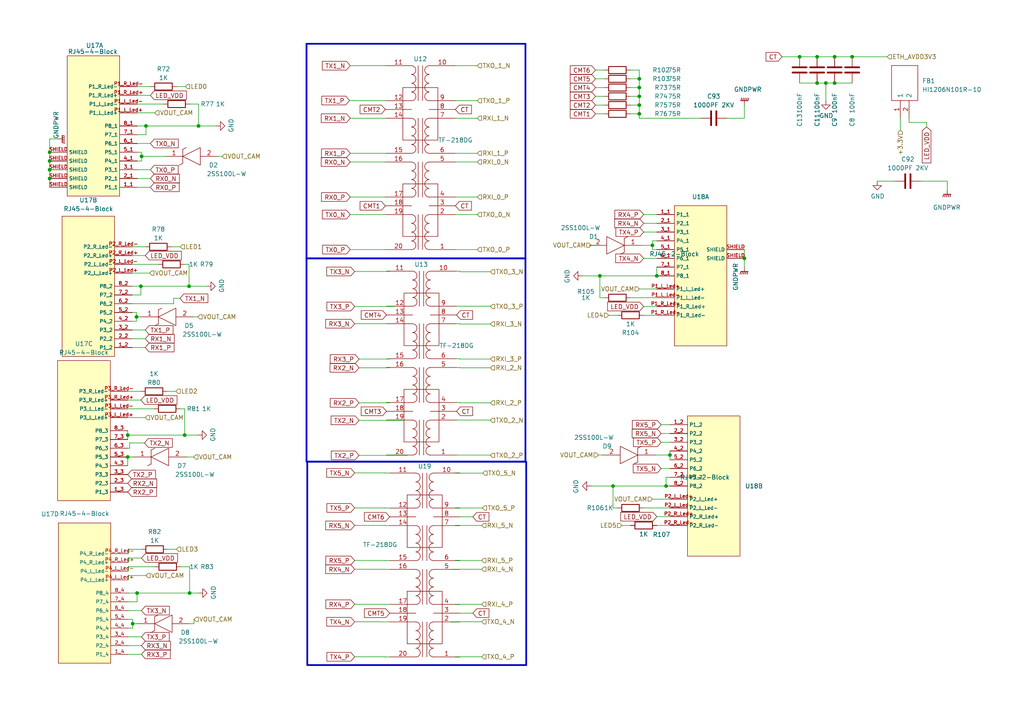
<source format=kicad_sch>
(kicad_sch (version 20231120) (generator "eeschema") (generator_version "8.0")
  (paper "A4")
  (junction (at 185.42 33.02))
  (junction (at 185.42 25.4))
  (junction (at 37.0498 132.5455))
  (junction (at 40.8598 83.0155))
  (junction (at 57.5777 36.5343))
  (junction (at 242.0768 16.4702))
  (junction (at 42.3377 36.5343))
  (junction (at 185.42 30.48))
  (junction (at 194.31 131.9754))
  (junction (at 54.8298 83.0155))
  (junction (at 173.99 80.01))
  (junction (at 242.0768 24.0902))
  (junction (at 39.7562 172.0096))
  (junction (at 190.5 80.01))
  (junction (at 39.5898 91.9055))
  (junction (at 236.9968 24.0902))
  (junction (at 236.9968 16.4702))
  (junction (at 247.1568 16.4702))
  (junction (at 14.3977 51.7743))
  (junction (at 177.8 140.97))
  (junction (at 38.4862 180.8996))
  (junction (at 14.3977 49.2343))
  (junction (at 41.0677 45.3524))
  (junction (at 239.5368 24.0902))
  (junction (at 14.3977 44.1543))
  (junction (at 53.5598 126.1955))
  (junction (at 215.9 74.93))
  (junction (at 14.3977 46.6943))
  (junction (at 189.23 71.1611))
  (junction (at 54.9962 172.0096))
  (junction (at 185.42 27.94))
  (junction (at 185.42 22.86))
  (junction (at 193.193 140.97))
  (junction (at 231.9168 16.4702))
  (junction (at 37.0498 126.1955))
  (wire (pts (xy 104.14 106.68) (xy 113.03 106.68)))
  (wire (pts (xy 101.6 62.23) (xy 111.76 62.23)))
  (wire (pts (xy 54.9962 164.3896) (xy 52.4562 164.3896)))
  (wire (pts (xy 38.4862 180.8996) (xy 39.7562 180.8996)))
  (wire (pts (xy 57.5362 172.0096) (xy 54.9962 172.0096)))
  (wire (pts (xy 142.24 132.08) (xy 142.24 131.9931)))
  (wire (pts (xy 182.88 152.4) (xy 180.34 152.4)))
  (wire (pts (xy 186.69 91.44) (xy 190.5 91.44)))
  (wire (pts (xy 40.8598 83.0155) (xy 38.3198 83.0155)))
  (wire (pts (xy 179.07 91.44) (xy 176.53 91.44)))
  (wire (pts (xy 116.84 121.8331) (xy 112.093 121.8331)))
  (wire (pts (xy 113.03 104.14) (xy 113.03 104.0531)))
  (wire (pts (xy 118.11 132.08) (xy 118.11 131.9931)))
  (wire (pts (xy 38.3198 79.2055) (xy 43.3998 79.2055)))
  (wire (pts (xy 132.08 190.5) (xy 132.08 190.5412)))
  (wire (pts (xy 38.7525 132.55) (xy 38.2445 132.55)))
  (wire (pts (xy 132.08 162.6012) (xy 133.3389 162.6012)))
  (wire (pts (xy 43.6077 54.3143) (xy 39.7977 54.3143)))
  (wire (pts (xy 226.8368 16.4702) (xy 231.9168 16.4702)))
  (wire (pts (xy 101.3778 29.1519) (xy 102.6478 29.1519)))
  (wire (pts (xy 138.43 29.21) (xy 132.08 29.21)))
  (wire (pts (xy 242.0768 24.0902) (xy 247.1568 24.0902)))
  (wire (pts (xy 142.24 106.68) (xy 133.35 106.68)))
  (wire (pts (xy 39.7562 172.0096) (xy 39.7562 174.5496)))
  (wire (pts (xy 138.43 72.39) (xy 132.08 72.39)))
  (wire (pts (xy 41.0677 44.1543) (xy 41.0677 45.3524)))
  (wire (pts (xy 132.413 121.8331) (xy 142.24 121.8331)))
  (wire (pts (xy 185.42 20.32) (xy 182.88 20.32)))
  (wire (pts (xy 215.9 34.29) (xy 215.9 30.48)))
  (wire (pts (xy 57.5777 30.1843) (xy 55.0377 30.1843)))
  (wire (pts (xy 38.3198 76.6655) (xy 45.9398 76.6655)))
  (wire (pts (xy 133.35 78.8269) (xy 133.35 78.6531)))
  (wire (pts (xy 54.9962 180.8996) (xy 56.2662 180.8996)))
  (wire (pts (xy 41.0262 161.8496) (xy 37.2162 161.8496)))
  (wire (pts (xy 104.14 104.14) (xy 113.03 104.14)))
  (wire (pts (xy 194.31 131.9754) (xy 194.31 133.35)))
  (wire (pts (xy 130.81 165.1412) (xy 133.3389 165.1412)))
  (wire (pts (xy 102.87 88.9) (xy 114.3 88.9)))
  (wire (pts (xy 190.5 149.86) (xy 194.31 149.86)))
  (wire (pts (xy 138.43 62.23) (xy 132.08 62.23)))
  (wire (pts (xy 16.7685 40.2947) (xy 14.3977 40.2947)))
  (wire (pts (xy 132.08 137.2012) (xy 133.3389 137.2012)))
  (wire (pts (xy 133.35 116.7531) (xy 132.413 116.7531)))
  (wire (pts (xy 40.8598 116.0355) (xy 37.0498 116.0355)))
  (wire (pts (xy 14.3977 46.6943) (xy 14.3977 49.2343)))
  (wire (pts (xy 37.0498 118.5755) (xy 44.6698 118.5755)))
  (wire (pts (xy 14.3977 44.1543) (xy 14.3977 46.6943)))
  (wire (pts (xy 190.5 77.47) (xy 190.5 80.01)))
  (wire (pts (xy 186.69 64.77) (xy 190.5 64.77)))
  (wire (pts (xy 191.77 128.27) (xy 194.31 128.27)))
  (wire (pts (xy 274.743 55.0829) (xy 274.743 52.5429)))
  (wire (pts (xy 268.7468 35.5202) (xy 263.6668 35.5202)))
  (wire (pts (xy 261.1399 37.7264) (xy 261.1399 36.4112)))
  (wire (pts (xy 139.8948 147.344) (xy 132.08 147.344)))
  (wire (pts (xy 38.2445 132.55) (xy 38.2445 132.5455)))
  (wire (pts (xy 111.76 137.2012) (xy 113.0189 137.2012)))
  (wire (pts (xy 133.35 93.8931) (xy 132.413 93.8931)))
  (wire (pts (xy 37.0498 126.1955) (xy 53.5598 126.1955)))
  (wire (pts (xy 138.43 46.99) (xy 132.08 46.99)))
  (wire (pts (xy 42.1298 100.7955) (xy 38.3198 100.7955)))
  (wire (pts (xy 242.0768 16.4702) (xy 247.1568 16.4702)))
  (wire (pts (xy 110.49 180.34) (xy 110.49 180.3812)))
  (wire (pts (xy 39.5898 91.9055) (xy 39.5898 93.1755)))
  (wire (pts (xy 172.72 20.32) (xy 175.26 20.32)))
  (wire (pts (xy 54.9962 164.3896) (xy 54.9962 172.0096)))
  (wire (pts (xy 142.24 121.8331) (xy 142.24 121.92)))
  (wire (pts (xy 54.2465 132.5455) (xy 56.1634 132.5455)))
  (wire (pts (xy 111.76 175.26) (xy 111.76 175.3012)))
  (wire (pts (xy 37.6211 130.0055) (xy 37.0498 130.0055)))
  (wire (pts (xy 102.87 137.16) (xy 111.76 137.16)))
  (wire (pts (xy 41.0262 159.3096) (xy 37.2162 159.3096)))
  (wire (pts (xy 139.7 190.5) (xy 132.08 190.5)))
  (wire (pts (xy 102.87 78.74) (xy 113.03 78.74)))
  (wire (pts (xy 42.1298 74.1255) (xy 38.3198 74.1255)))
  (wire (pts (xy 172.72 33.02) (xy 175.26 33.02)))
  (wire (pts (xy 186.69 88.9) (xy 190.5 88.9)))
  (wire (pts (xy 41.0677 45.3524) (xy 47.9339 45.3524)))
  (wire (pts (xy 57.3698 126.1955) (xy 53.5598 126.1955)))
  (wire (pts (xy 137.1489 177.8412) (xy 133.3389 177.8412)))
  (wire (pts (xy 231.9168 16.4702) (xy 236.9968 16.4702)))
  (wire (pts (xy 102.6478 29.21) (xy 111.76 29.21)))
  (wire (pts (xy 172.72 30.48) (xy 175.26 30.48)))
  (wire (pts (xy 189.23 69.85) (xy 190.5 69.85)))
  (wire (pts (xy 39.7562 174.5496) (xy 37.2162 174.5496)))
  (wire (pts (xy 43.6077 49.2343) (xy 39.7977 49.2343)))
  (wire (pts (xy 111.76 190.5412) (xy 113.0189 190.5412)))
  (wire (pts (xy 133.35 116.84) (xy 133.35 116.7531)))
  (wire (pts (xy 63.1739 45.3524) (xy 64.4439 45.3524)))
  (wire (pts (xy 239.5368 24.0902) (xy 242.0768 24.0902)))
  (wire (pts (xy 174.8078 131.9754) (xy 173.5378 131.9754)))
  (wire (pts (xy 140.0315 137.225) (xy 132.08 137.225)))
  (wire (pts (xy 113.03 116.7531) (xy 112.093 116.7531)))
  (wire (pts (xy 42.1298 98.2555) (xy 38.3198 98.2555)))
  (wire (pts (xy 173.99 86.36) (xy 175.26 86.36)))
  (wire (pts (xy 102.87 165.1) (xy 111.76 165.1)))
  (wire (pts (xy 133.35 104.14) (xy 133.35 104.0531)))
  (wire (pts (xy 193.193 138.43) (xy 193.193 140.97)))
  (wire (pts (xy 185.42 34.29) (xy 185.42 33.02)))
  (wire (pts (xy 37.2162 161.8496) (xy 37.2162 163.1196)))
  (wire (pts (xy 42.1298 95.7155) (xy 38.3198 95.7155)))
  (wire (pts (xy 114.3 88.9) (xy 114.3 88.8131)))
  (wire (pts (xy 54.8298 76.6655) (xy 53.5598 76.6655)))
  (wire (pts (xy 111.76 190.5) (xy 111.76 190.5412)))
  (wire (pts (xy 56.2662 180.8996) (xy 56.2662 179.6296)))
  (wire (pts (xy 42.1298 71.5855) (xy 38.3198 71.5855)))
  (wire (pts (xy 39.5898 93.1755) (xy 38.3198 93.1755)))
  (wire (pts (xy 54.2465 132.55) (xy 54.2465 132.5455)))
  (wire (pts (xy 52.1843 86.523) (xy 50.3543 86.523)))
  (wire (pts (xy 43.6077 25.1043) (xy 39.7977 25.1043)))
  (wire (pts (xy 40.8598 83.0155) (xy 40.8598 85.5555)))
  (wire (pts (xy 194.31 147.32) (xy 186.69 147.32)))
  (wire (pts (xy 40.8598 85.5555) (xy 38.3198 85.5555)))
  (wire (pts (xy 110.49 180.3812) (xy 113.0189 180.3812)))
  (wire (pts (xy 50.3543 88.0955) (xy 38.3198 88.0955)))
  (wire (pts (xy 194.31 138.43) (xy 193.193 138.43)))
  (wire (pts (xy 133.35 106.68) (xy 133.35 106.5931)))
  (wire (pts (xy 53.5598 118.5755) (xy 52.2898 118.5755)))
  (wire (pts (xy 49.7498 71.5855) (xy 52.2898 71.5855)))
  (wire (pts (xy 42.3377 36.5343) (xy 39.7977 36.5343)))
  (wire (pts (xy 138.43 44.45) (xy 132.08 44.45)))
  (wire (pts (xy 185.42 22.86) (xy 182.88 22.86)))
  (wire (pts (xy 111.76 175.3012) (xy 113.0189 175.3012)))
  (wire (pts (xy 132.08 147.344) (xy 132.08 147.3612)))
  (wire (pts (xy 113.03 78.74) (xy 113.03 78.6531)))
  (wire (pts (xy 111.76 137.16) (xy 111.76 137.2012)))
  (wire (pts (xy 104.14 116.84) (xy 113.03 116.84)))
  (wire (pts (xy 38.4862 180.8996) (xy 38.4862 182.1696)))
  (wire (pts (xy 111.76 152.4412) (xy 113.0189 152.4412)))
  (wire (pts (xy 101.6 44.45) (xy 111.76 44.45)))
  (wire (pts (xy 41.0677 46.6943) (xy 39.7977 46.6943)))
  (wire (pts (xy 42.3377 39.0743) (xy 39.7977 39.0743)))
  (wire (pts (xy 137.1489 149.9012) (xy 133.3389 149.9012)))
  (wire (pts (xy 194.31 130.81) (xy 194.31 131.9754)))
  (wire (pts (xy 194.31 144.78) (xy 189.23 144.78)))
  (wire (pts (xy 132.08 175.26) (xy 132.08 175.3012)))
  (wire (pts (xy 168.91 80.01) (xy 173.99 80.01)))
  (wire (pts (xy 53.9925 132.55) (xy 54.2465 132.55)))
  (wire (pts (xy 41.888 128.4713) (xy 37.6211 128.4713)))
  (wire (pts (xy 191.77 125.73) (xy 194.31 125.73)))
  (wire (pts (xy 130.81 180.3812) (xy 133.3389 180.3812)))
  (wire (pts (xy 37.0498 124.9255) (xy 37.0498 126.1955)))
  (wire (pts (xy 185.42 27.94) (xy 182.88 27.94)))
  (wire (pts (xy 113.03 106.5931) (xy 112.093 106.5931)))
  (wire (pts (xy 142.24 78.8269) (xy 133.35 78.8269)))
  (wire (pts (xy 113.03 106.68) (xy 113.03 106.5931)))
  (wire (pts (xy 139.7 180.34) (xy 130.81 180.34)))
  (wire (pts (xy 14.3977 51.7743) (xy 14.3977 54.3143)))
  (wire (pts (xy 39.7977 30.1843) (xy 47.4177 30.1843)))
  (wire (pts (xy 190.5 80.01) (xy 173.99 80.01)))
  (wire (pts (xy 104.14 132.08) (xy 118.11 132.08)))
  (wire (pts (xy 139.7 175.26) (xy 132.08 175.26)))
  (wire (pts (xy 185.42 25.4) (xy 185.42 27.94)))
  (wire (pts (xy 257.3168 16.4702) (xy 247.1568 16.4702)))
  (wire (pts (xy 37.2162 179.6296) (xy 38.4862 179.6296)))
  (wire (pts (xy 236.9968 16.4702) (xy 242.0768 16.4702)))
  (wire (pts (xy 37.2162 166.9296) (xy 37.2162 168.1996)))
  (wire (pts (xy 37.0498 132.5455) (xy 37.0498 135.0855)))
  (wire (pts (xy 172.72 27.94) (xy 175.26 27.94)))
  (wire (pts (xy 190.5 86.36) (xy 182.88 86.36)))
  (wire (pts (xy 191.77 135.89) (xy 194.31 135.89)))
  (wire (pts (xy 111.76 165.1412) (xy 113.0189 165.1412)))
  (wire (pts (xy 102.87 190.5) (xy 111.76 190.5)))
  (wire (pts (xy 37.6211 128.4713) (xy 37.6211 130.0055)))
  (wire (pts (xy 186.69 67.31) (xy 190.5 67.31)))
  (wire (pts (xy 50.3543 86.523) (xy 50.3543 88.0955)))
  (wire (pts (xy 111.76 147.32) (xy 111.76 147.3612)))
  (wire (pts (xy 101.6 19.05) (xy 111.76 19.05)))
  (wire (pts (xy 48.6462 159.3096) (xy 51.1862 159.3096)))
  (wire (pts (xy 185.42 20.32) (xy 185.42 22.86)))
  (wire (pts (xy 37.2162 164.3896) (xy 44.8362 164.3896)))
  (wire (pts (xy 185.42 33.02) (xy 182.88 33.02)))
  (wire (pts (xy 193.193 140.97) (xy 177.8 140.97)))
  (wire (pts (xy 177.8 147.32) (xy 177.8 140.97)))
  (wire (pts (xy 132.413 131.9931) (xy 142.24 131.9931)))
  (wire (pts (xy 194.31 140.97) (xy 193.193 140.97)))
  (wire (pts (xy 101.6 46.99) (xy 111.76 46.99)))
  (wire (pts (xy 185.42 30.48) (xy 185.42 27.94)))
  (wire (pts (xy 261.1399 36.4112) (xy 261.1268 36.4112)))
  (wire (pts (xy 111.76 162.6012) (xy 113.0189 162.6012)))
  (wire (pts (xy 133.35 106.5931) (xy 132.413 106.5931)))
  (wire (pts (xy 189.23 72.39) (xy 189.23 71.1611)))
  (wire (pts (xy 39.7562 172.0096) (xy 37.2162 172.0096)))
  (wire (pts (xy 57.5777 30.1843) (xy 57.5777 36.5343)))
  (wire (pts (xy 263.6668 35.5202) (xy 263.6668 34.2502)))
  (wire (pts (xy 186.69 62.23) (xy 190.5 62.23)))
  (wire (pts (xy 43.6077 41.6143) (xy 39.7977 41.6143)))
  (wire (pts (xy 37.2162 164.3896) (xy 37.2162 165.6596)))
  (wire (pts (xy 102.6478 29.1519) (xy 102.6478 29.21)))
  (wire (pts (xy 132.08 190.5412) (xy 133.3389 190.5412)))
  (wire (pts (xy 39.5898 91.9055) (xy 40.8598 91.9055)))
  (wire (pts (xy 116.84 121.92) (xy 116.84 121.8331)))
  (wire (pts (xy 101.6 34.29) (xy 111.76 34.29)))
  (wire (pts (xy 37.2162 166.9296) (xy 42.2962 166.9296)))
  (wire (pts (xy 261.1268 36.4112) (xy 261.1268 34.2502)))
  (wire (pts (xy 132.08 175.3012) (xy 133.3389 175.3012)))
  (wire (pts (xy 171.45 140.97) (xy 177.8 140.97)))
  (wire (pts (xy 102.87 180.34) (xy 110.49 180.34)))
  (wire (pts (xy 173.99 86.36) (xy 173.99 80.01)))
  (wire (pts (xy 48.4798 113.4955) (xy 51.0198 113.4955)))
  (wire (pts (xy 189.23 69.85) (xy 189.23 71.1611)))
  (wire (pts (xy 56.0998 91.9055) (xy 57.3698 91.9055)))
  (wire (pts (xy 113.03 78.6531) (xy 112.093 78.6531)))
  (wire (pts (xy 38.4862 179.6296) (xy 38.4862 180.8996)))
  (wire (pts (xy 57.5777 36.5343) (xy 42.3377 36.5343)))
  (wire (pts (xy 132.08 162.56) (xy 132.08 162.6012)))
  (wire (pts (xy 37.0498 132.5455) (xy 38.2445 132.5455)))
  (wire (pts (xy 102.87 147.32) (xy 111.76 147.32)))
  (wire (pts (xy 54.8298 83.0155) (xy 59.9098 83.0155)))
  (wire (pts (xy 170.9011 71.1611) (xy 173.736 71.1611)))
  (wire (pts (xy 133.35 93.98) (xy 133.35 93.8931)))
  (wire (pts (xy 102.87 152.4) (xy 111.76 152.4)))
  (wire (pts (xy 172.72 22.86) (xy 175.26 22.86)))
  (wire (pts (xy 186.69 74.93) (xy 190.5 74.93)))
  (wire (pts (xy 118.11 131.9931) (xy 112.093 131.9931)))
  (wire (pts (xy 138.43 19.05) (xy 132.08 19.05)))
  (wire (pts (xy 102.8776 93.8931) (xy 112.093 93.8931)))
  (wire (pts (xy 37.2162 159.3096) (xy 37.2162 160.5796)))
  (wire (pts (xy 113.03 104.0531) (xy 112.093 104.0531)))
  (wire (pts (xy 41.0677 45.3524) (xy 41.0677 46.6943)))
  (wire (pts (xy 102.87 162.56) (xy 111.76 162.56)))
  (wire (pts (xy 111.76 152.4) (xy 111.76 152.4412)))
  (wire (pts (xy 132.08 152.4412) (xy 133.3389 152.4412)))
  (wire (pts (xy 130.81 165.1) (xy 130.81 165.1412)))
  (wire (pts (xy 185.42 25.4) (xy 182.88 25.4)))
  (wire (pts (xy 236.9968 24.0902) (xy 231.9168 24.0902)))
  (wire (pts (xy 173.736 71.12) (xy 171.45 71.12)))
  (wire (pts (xy 43.6077 27.6443) (xy 39.7977 27.6443)))
  (wire (pts (xy 40.8598 83.0155) (xy 54.8298 83.0155)))
  (wire (pts (xy 38.3198 90.6355) (xy 39.5898 90.6355)))
  (wire (pts (xy 185.42 34.29) (xy 203.2 34.29)))
  (wire (pts (xy 190.5 83.82) (xy 185.42 83.82)))
  (wire (pts (xy 142.24 88.8131) (xy 132.413 88.8131)))
  (wire (pts (xy 51.2277 25.1043) (xy 53.7677 25.1043)))
  (wire (pts (xy 111.76 147.3612) (xy 113.0189 147.3612)))
  (wire (pts (xy 111.76 165.1) (xy 111.76 165.1412)))
  (wire (pts (xy 101.6 72.39) (xy 111.76 72.39)))
  (wire (pts (xy 215.9 72.39) (xy 215.9 74.93)))
  (wire (pts (xy 215.9 74.93) (xy 215.9 77.47)))
  (wire (pts (xy 190.5 152.4) (xy 194.31 152.4)))
  (wire (pts (xy 185.42 22.86) (xy 185.42 25.4)))
  (wire (pts (xy 102.87 175.26) (xy 111.76 175.26)))
  (wire (pts (xy 111.76 162.56) (xy 111.76 162.6012)))
  (wire (pts (xy 142.24 88.9) (xy 142.24 88.8131)))
  (wire (pts (xy 133.35 78.6531) (xy 132.413 78.6531)))
  (wire (pts (xy 138.43 34.29) (xy 132.08 34.29)))
  (wire (pts (xy 142.24 116.84) (xy 133.35 116.84)))
  (wire (pts (xy 39.7977 44.1543) (xy 41.0677 44.1543)))
  (wire (pts (xy 37.0498 121.1155) (xy 42.1298 121.1155)))
  (wire (pts (xy 139.7 165.1) (xy 130.81 165.1)))
  (wire (pts (xy 186.1411 71.1611) (xy 189.23 71.1611)))
  (wire (pts (xy 113.03 116.84) (xy 113.03 116.7531)))
  (wire (pts (xy 14.3977 40.2947) (xy 14.3977 44.1543)))
  (wire (pts (xy 41.0262 177.0896) (xy 37.2162 177.0896)))
  (wire (pts (xy 39.7562 172.0096) (xy 54.9962 172.0096)))
  (wire (pts (xy 132.08 137.225) (xy 132.08 137.2012)))
  (wire (pts (xy 101.6 57.15) (xy 111.76 57.15)))
  (wire (pts (xy 215.9 34.29) (xy 210.82 34.29)))
  (wire (pts (xy 173.736 71.1611) (xy 173.736 71.12)))
  (wire (pts (xy 38.4862 182.1696) (xy 37.2162 182.1696)))
  (wire (pts (xy 236.9968 24.0902) (xy 239.5368 24.0902)))
  (wire (pts (xy 132.08 152.4) (xy 132.08 152.4412)))
  (wire (pts (xy 41.0262 189.7896) (xy 37.2162 189.7896)))
  (wire (pts (xy 133.35 104.0531) (xy 132.413 104.0531)))
  (wire (pts (xy 139.7 162.56) (xy 132.08 162.56)))
  (wire (pts (xy 142.24 93.98) (xy 133.35 93.98)))
  (wire (pts (xy 39.5898 90.6355) (xy 39.5898 91.9055)))
  (wire (pts (xy 142.24 104.14) (xy 133.35 104.14)))
  (wire (pts (xy 37.0498 126.1955) (xy 37.0498 127.4655)))
  (wire (pts (xy 40.8598 113.4955) (xy 37.0498 113.4955)))
  (wire (pts (xy 14.3977 49.2343) (xy 14.3977 51.7743)))
  (wire (pts (xy 177.8 147.32) (xy 179.07 147.32)))
  (wire (pts (xy 132.08 57.15) (xy 138.43 57.15)))
  (wire (pts (xy 185.42 30.48) (xy 182.88 30.48)))
  (wire (pts (xy 190.5 72.39) (xy 189.23 72.39)))
  (wire (pts (xy 139.7 152.4) (xy 132.08 152.4)))
  (wire (pts (xy 172.72 25.4) (xy 175.26 25.4)))
  (wire (pts (xy 268.7468 36.7902) (xy 268.7468 35.5202)))
  (wire (pts (xy 41.0262 184.7096) (xy 37.2162 184.7096)))
  (wire (pts (xy 104.14 121.92) (xy 116.84 121.92)))
  (wire (pts (xy 42.3377 36.5343) (xy 42.3377 39.0743)))
  (wire (pts (xy 54.8298 76.6655) (xy 54.8298 83.0155)))
  (wire (pts (xy 274.743 52.5429) (xy 267.123 52.5429)))
  (wire (pts (xy 190.0478 131.9754) (xy 194.31 131.9754)))
  (wire (pts (xy 132.08 147.3612) (xy 133.3389 147.3612)))
  (wire (pts (xy 41.0262 187.2496) (xy 37.2162 187.2496)))
  (wire (pts (xy 114.3 88.8131) (xy 112.093 88.8131)))
  (wire (pts (xy 254.423 52.5429) (xy 259.503 52.5429)))
  (wire (pts (xy 43.6077 51.7743) (xy 39.7977 51.7743)))
  (wire (pts (xy 239.5368 29.1702) (xy 239.5368 24.0902)))
  (wire (pts (xy 130.81 180.34) (xy 130.81 180.3812)))
  (wire (pts (xy 191.77 123.19) (xy 194.31 123.19)))
  (wire (pts (xy 39.7977 32.7243) (xy 44.8777 32.7243)))
  (wire (pts (xy 62.6577 36.5343) (xy 57.5777 36.5343)))
  (wire (pts (xy 185.42 30.48) (xy 185.42 33.02)))
  (wire (pts (xy 53.5598 118.5755) (xy 53.5598 126.1955)))
  (rectangle (start 88.9 74.93) (end 152.4 133.9036) (stroke (width 0.5)))
  (rectangle (start 88.9 12.7) (end 152.4 74.93) (stroke (width 0.5)))
  (rectangle (start 89.1224 133.9243) (end 152.6224 192.8979) (stroke (width 0.5)))
  (global_label "RX2_P" (shape input) (at 37.0498 142.7055 0) (property "Intersheetrefs" "${INTERSHEET_REFS}" (effects (hide yes))))
  (global_label "LED_VDD" (shape input) (at 190.5 149.86 180) (property "Intersheetrefs" "${INTERSHEET_REFS}" (effects (hide yes))))
  (global_label "TX2_N" (shape input) (at 104.14 121.92 180) (property "Intersheetrefs" "${INTERSHEET_REFS}" (effects (hide yes))))
  (global_label "RX5_N" (shape input) (at 191.77 125.73 180) (property "Intersheetrefs" "${INTERSHEET_REFS}" (effects (hide yes))))
  (global_label "LED_VDD" (shape input) (at 43.6077 27.6443 0) (property "Intersheetrefs" "${INTERSHEET_REFS}" (effects (hide yes))))
  (global_label "RX4_N" (shape input) (at 186.69 64.77 180) (property "Intersheetrefs" "${INTERSHEET_REFS}" (effects (hide yes))))
  (global_label "TX3_N" (shape input) (at 41.0262 177.0896 0) (property "Intersheetrefs" "${INTERSHEET_REFS}" (effects (hide yes))))
  (global_label "CMT5" (shape input) (at 113.0189 177.8412 180) (property "Intersheetrefs" "${INTERSHEET_REFS}" (effects (hide yes))))
  (global_label "CT" (shape input) (at 137.1489 177.8412 0) (property "Intersheetrefs" "${INTERSHEET_REFS}" (effects (hide yes))))
  (global_label "RX5_N" (shape input) (at 102.87 152.4 180) (property "Intersheetrefs" "${INTERSHEET_REFS}" (effects (hide yes))))
  (global_label "TX0_N" (shape input) (at 43.6077 41.6143 0) (property "Intersheetrefs" "${INTERSHEET_REFS}" (effects (hide yes))))
  (global_label "CMT5" (shape input) (at 172.72 22.86 180) (property "Intersheetrefs" "${INTERSHEET_REFS}" (effects (hide yes))))
  (global_label "TX5_N" (shape input) (at 191.77 135.89 180) (property "Intersheetrefs" "${INTERSHEET_REFS}" (effects (hide yes))))
  (global_label "CT" (shape input) (at 132.08 59.69 0) (property "Intersheetrefs" "${INTERSHEET_REFS}" (effects (hide yes))))
  (global_label "RX0_N" (shape input) (at 101.6 46.99 180) (property "Intersheetrefs" "${INTERSHEET_REFS}" (effects (hide yes))))
  (global_label "TX1_N" (shape input) (at 52.1843 86.523 0) (property "Intersheetrefs" "${INTERSHEET_REFS}" (effects (hide yes))))
  (global_label "CMT3" (shape input) (at 112.093 119.2931 180) (property "Intersheetrefs" "${INTERSHEET_REFS}" (effects (hide yes))))
  (global_label "LED_VDD" (shape input) (at 42.1298 74.1255 0) (property "Intersheetrefs" "${INTERSHEET_REFS}" (effects (hide yes))))
  (global_label "TX1_P" (shape input) (at 42.1298 95.7155 0) (property "Intersheetrefs" "${INTERSHEET_REFS}" (effects (hide yes))))
  (global_label "LED_VDD" (shape input) (at 268.7468 36.7902 270) (property "Intersheetrefs" "${INTERSHEET_REFS}" (effects (hide yes))))
  (global_label "RX2_N" (shape input) (at 104.14 106.68 180) (property "Intersheetrefs" "${INTERSHEET_REFS}" (effects (hide yes))))
  (global_label "TX5_P" (shape input) (at 191.77 128.27 180) (property "Intersheetrefs" "${INTERSHEET_REFS}" (effects (hide yes))))
  (global_label "TX5_N" (shape input) (at 102.87 137.16 180) (property "Intersheetrefs" "${INTERSHEET_REFS}" (effects (hide yes))))
  (global_label "CT" (shape input) (at 137.1489 149.9012 0) (property "Intersheetrefs" "${INTERSHEET_REFS}" (effects (hide yes))))
  (global_label "RX4_P" (shape input) (at 102.87 175.26 180) (property "Intersheetrefs" "${INTERSHEET_REFS}" (effects (hide yes))))
  (global_label "RX2_N" (shape input) (at 37.0498 140.1655 0) (property "Intersheetrefs" "${INTERSHEET_REFS}" (effects (hide yes))))
  (global_label "TX0_P" (shape input) (at 101.6 72.39 180) (property "Intersheetrefs" "${INTERSHEET_REFS}" (effects (hide yes))))
  (global_label "LED_VDD" (shape input) (at 186.69 88.9 180) (property "Intersheetrefs" "${INTERSHEET_REFS}" (effects (hide yes))))
  (global_label "TX5_P" (shape input) (at 102.87 147.32 180) (property "Intersheetrefs" "${INTERSHEET_REFS}" (effects (hide yes))))
  (global_label "RX3_N" (shape input) (at 102.8776 93.8931 180) (property "Intersheetrefs" "${INTERSHEET_REFS}" (effects (hide yes))))
  (global_label "LED_VDD" (shape input) (at 41.0262 161.8496 0) (property "Intersheetrefs" "${INTERSHEET_REFS}" (effects (hide yes))))
  (global_label "CT" (shape input) (at 132.413 91.3531 0) (property "Intersheetrefs" "${INTERSHEET_REFS}" (effects (hide yes))))
  (global_label "TX4_N" (shape input) (at 102.87 180.34 180) (property "Intersheetrefs" "${INTERSHEET_REFS}" (effects (hide yes))))
  (global_label "TX4_P" (shape input) (at 186.69 67.31 180) (property "Intersheetrefs" "${INTERSHEET_REFS}" (effects (hide yes))))
  (global_label "RX2_P" (shape input) (at 104.14 116.84 180) (property "Intersheetrefs" "${INTERSHEET_REFS}" (effects (hide yes))))
  (global_label "TX2_P" (shape input) (at 104.14 132.08 180) (property "Intersheetrefs" "${INTERSHEET_REFS}" (effects (hide yes))))
  (global_label "TX1_P" (shape input) (at 101.3778 29.1519 180) (property "Intersheetrefs" "${INTERSHEET_REFS}" (effects (hide yes))))
  (global_label "RX0_N" (shape input) (at 43.6077 51.7743 0) (property "Intersheetrefs" "${INTERSHEET_REFS}" (effects (hide yes))))
  (global_label "TX2_P" (shape input) (at 37.0498 137.6255 0) (property "Intersheetrefs" "${INTERSHEET_REFS}" (effects (hide yes))))
  (global_label "RX4_P" (shape input) (at 186.69 62.23 180) (property "Intersheetrefs" "${INTERSHEET_REFS}" (effects (hide yes))))
  (global_label "RX3_P" (shape input) (at 41.0262 189.7896 0) (property "Intersheetrefs" "${INTERSHEET_REFS}" (effects (hide yes))))
  (global_label "CT" (shape input) (at 132.08 31.75 0) (property "Intersheetrefs" "${INTERSHEET_REFS}" (effects (hide yes))))
  (global_label "CT" (shape input) (at 132.413 119.2931 0) (property "Intersheetrefs" "${INTERSHEET_REFS}" (effects (hide yes))))
  (global_label "RX1_N" (shape input) (at 42.1298 98.2555 0) (property "Intersheetrefs" "${INTERSHEET_REFS}" (effects (hide yes))))
  (global_label "TX3_N" (shape input) (at 102.87 78.74 180) (property "Intersheetrefs" "${INTERSHEET_REFS}" (effects (hide yes))))
  (global_label "TX3_P" (shape input) (at 102.87 88.9 180) (property "Intersheetrefs" "${INTERSHEET_REFS}" (effects (hide yes))))
  (global_label "TX1_N" (shape input) (at 101.6 19.05 180) (property "Intersheetrefs" "${INTERSHEET_REFS}" (effects (hide yes))))
  (global_label "TX0_N" (shape input) (at 101.6 62.23 180) (property "Intersheetrefs" "${INTERSHEET_REFS}" (effects (hide yes))))
  (global_label "CMT4" (shape input) (at 112.093 91.3531 180) (property "Intersheetrefs" "${INTERSHEET_REFS}" (effects (hide yes))))
  (global_label "TX0_P" (shape input) (at 43.6077 49.2343 0) (property "Intersheetrefs" "${INTERSHEET_REFS}" (effects (hide yes))))
  (global_label "CMT6" (shape input) (at 113.0189 149.9012 180) (property "Intersheetrefs" "${INTERSHEET_REFS}" (effects (hide yes))))
  (global_label "LED_VDD" (shape input) (at 40.8598 116.0355 0) (property "Intersheetrefs" "${INTERSHEET_REFS}" (effects (hide yes))))
  (global_label "RX5_P" (shape input) (at 102.87 162.56 180) (property "Intersheetrefs" "${INTERSHEET_REFS}" (effects (hide yes))))
  (global_label "TX2_N" (shape input) (at 41.888 128.4713 0) (property "Intersheetrefs" "${INTERSHEET_REFS}" (effects (hide yes))))
  (global_label "RX3_N" (shape input) (at 41.0262 187.2496 0) (property "Intersheetrefs" "${INTERSHEET_REFS}" (effects (hide yes))))
  (global_label "RX3_P" (shape input) (at 104.14 104.14 180) (property "Intersheetrefs" "${INTERSHEET_REFS}" (effects (hide yes))))
  (global_label "RX0_P" (shape input) (at 101.6 57.15 180) (property "Intersheetrefs" "${INTERSHEET_REFS}" (effects (hide yes))))
  (global_label "CT" (shape input) (at 226.8368 16.4702 180) (property "Intersheetrefs" "${INTERSHEET_REFS}" (effects (hide yes))))
  (global_label "CMT2" (shape input) (at 111.76 31.75 180) (property "Intersheetrefs" "${INTERSHEET_REFS}" (effects (hide yes))))
  (global_label "CMT1" (shape input) (at 172.72 33.02 180) (property "Intersheetrefs" "${INTERSHEET_REFS}" (effects (hide yes))))
  (global_label "RX4_N" (shape input) (at 102.87 165.1 180) (property "Intersheetrefs" "${INTERSHEET_REFS}" (effects (hide yes))))
  (global_label "TX4_P" (shape input) (at 102.87 190.5 180) (property "Intersheetrefs" "${INTERSHEET_REFS}" (effects (hide yes))))
  (global_label "CMT1" (shape input) (at 111.76 59.69 180) (property "Intersheetrefs" "${INTERSHEET_REFS}" (effects (hide yes))))
  (global_label "TX4_N" (shape input) (at 186.69 74.93 180) (property "Intersheetrefs" "${INTERSHEET_REFS}" (effects (hide yes))))
  (global_label "CMT3" (shape input) (at 172.72 27.94 180) (property "Intersheetrefs" "${INTERSHEET_REFS}" (effects (hide yes))))
  (global_label "RX1_P" (shape input) (at 42.1298 100.7955 0) (property "Intersheetrefs" "${INTERSHEET_REFS}" (effects (hide yes))))
  (global_label "CMT2" (shape input) (at 172.72 30.48 180) (property "Intersheetrefs" "${INTERSHEET_REFS}" (effects (hide yes))))
  (global_label "RX0_P" (shape input) (at 43.6077 54.3143 0) (property "Intersheetrefs" "${INTERSHEET_REFS}" (effects (hide yes))))
  (global_label "TX3_P" (shape input) (at 41.0262 184.7096 0) (property "Intersheetrefs" "${INTERSHEET_REFS}" (effects (hide yes))))
  (global_label "RX5_P" (shape input) (at 191.77 123.19 180) (property "Intersheetrefs" "${INTERSHEET_REFS}" (effects (hide yes))))
  (global_label "CMT6" (shape input) (at 172.72 20.32 180) (property "Intersheetrefs" "${INTERSHEET_REFS}" (effects (hide yes))))
  (global_label "RX1_P" (shape input) (at 101.6 44.45 180) (property "Intersheetrefs" "${INTERSHEET_REFS}" (effects (hide yes))))
  (global_label "CMT4" (shape input) (at 172.72 25.4 180) (property "Intersheetrefs" "${INTERSHEET_REFS}" (effects (hide yes))))
  (global_label "RX1_N" (shape input) (at 101.6 34.29 180) (property "Intersheetrefs" "${INTERSHEET_REFS}" (effects (hide yes))))
  (hierarchical_label "TXO_3_N" (shape input) (at 142.24 78.8269 0) (property "Intersheetrefs" "${INTERSHEET_REFS}" (effects (hide yes))))
  (hierarchical_label "VOUT_CAM" (shape input) (at 44.8777 32.7243 0))
  (hierarchical_label "RXI_4_N" (shape input) (at 139.7 165.1 0) (property "Intersheetrefs" "${INTERSHEET_REFS}" (effects (hide yes))))
  (hierarchical_label "LED3" (shape input) (at 51.1862 159.3096 0))
  (hierarchical_label "ETH_AVDD3V3" (shape input) (at 257.3168 16.4702 0))
  (hierarchical_label "VOUT_CAM" (shape input) (at 56.1634 132.5455 0))
  (hierarchical_label "TXO_5_P" (shape input) (at 139.8948 147.344 0) (property "Intersheetrefs" "${INTERSHEET_REFS}" (effects (hide yes))))
  (hierarchical_label "RXI_0_N" (shape input) (at 138.43 46.99 0) (property "Intersheetrefs" "${INTERSHEET_REFS}" (effects (hide yes))))
  (hierarchical_label "VOUT_CAM" (shape input) (at 173.5378 131.9754 180))
  (hierarchical_label "RXI_3_P" (shape input) (at 142.24 104.14 0) (property "Intersheetrefs" "${INTERSHEET_REFS}" (effects (hide yes))))
  (hierarchical_label "VOUT_CAM" (shape input) (at 171.45 71.12 180))
  (hierarchical_label "TXO_2_N" (shape input) (at 142.24 121.92 0) (property "Intersheetrefs" "${INTERSHEET_REFS}" (effects (hide yes))))
  (hierarchical_label "VOUT_CAM" (shape input) (at 57.3698 91.9055 0))
  (hierarchical_label "RXI_0_P" (shape input) (at 138.43 57.15 0) (property "Intersheetrefs" "${INTERSHEET_REFS}" (effects (hide yes))))
  (hierarchical_label "RXI_2_N" (shape input) (at 142.24 106.68 0) (property "Intersheetrefs" "${INTERSHEET_REFS}" (effects (hide yes))))
  (hierarchical_label "TXO_4_P" (shape input) (at 139.7 190.5 0) (property "Intersheetrefs" "${INTERSHEET_REFS}" (effects (hide yes))))
  (hierarchical_label "VOUT_CAM" (shape input) (at 42.2962 166.9296 0))
  (hierarchical_label "VOUT_CAM" (shape input) (at 64.4439 45.3524 0))
  (hierarchical_label "LED1" (shape input) (at 52.2898 71.5855 0))
  (hierarchical_label "LED2" (shape input) (at 51.0198 113.4955 0))
  (hierarchical_label "VOUT_CAM" (shape input) (at 43.3998 79.2055 0))
  (hierarchical_label "TXO_0_P" (shape input) (at 138.43 72.39 0) (property "Intersheetrefs" "${INTERSHEET_REFS}" (effects (hide yes))))
  (hierarchical_label "TXO_1_P" (shape input) (at 138.43 29.21 0) (property "Intersheetrefs" "${INTERSHEET_REFS}" (effects (hide yes))))
  (hierarchical_label "VOUT_CAM" (shape input) (at 185.42 83.82 180))
  (hierarchical_label "LED5" (shape input) (at 180.34 152.4 180))
  (hierarchical_label "TXO_1_N" (shape input) (at 138.43 19.05 0) (property "Intersheetrefs" "${INTERSHEET_REFS}" (effects (hide yes))))
  (hierarchical_label "RXI_5_N" (shape input) (at 139.7 152.4 0) (property "Intersheetrefs" "${INTERSHEET_REFS}" (effects (hide yes))))
  (hierarchical_label "TXO_5_N" (shape input) (at 140.0315 137.225 0) (property "Intersheetrefs" "${INTERSHEET_REFS}" (effects (hide yes))))
  (hierarchical_label "TXO_4_N" (shape input) (at 139.7 180.34 0) (property "Intersheetrefs" "${INTERSHEET_REFS}" (effects (hide yes))))
  (hierarchical_label "RXI_1_N" (shape input) (at 138.43 34.29 0) (property "Intersheetrefs" "${INTERSHEET_REFS}" (effects (hide yes))))
  (hierarchical_label "TXO_0_N" (shape input) (at 138.43 62.23 0) (property "Intersheetrefs" "${INTERSHEET_REFS}" (effects (hide yes))))
  (hierarchical_label "RXI_5_P" (shape input) (at 139.7 162.56 0) (property "Intersheetrefs" "${INTERSHEET_REFS}" (effects (hide yes))))
  (hierarchical_label "LED4" (shape input) (at 176.53 91.44 180))
  (hierarchical_label "RXI_3_N" (shape input) (at 142.24 93.98 0) (property "Intersheetrefs" "${INTERSHEET_REFS}" (effects (hide yes))))
  (hierarchical_label "VOUT_CAM" (shape input) (at 42.1298 121.1155 0))
  (hierarchical_label "RXI_4_P" (shape input) (at 139.7 175.26 0) (property "Intersheetrefs" "${INTERSHEET_REFS}" (effects (hide yes))))
  (hierarchical_label "RXI_2_P" (shape input) (at 142.24 116.84 0) (property "Intersheetrefs" "${INTERSHEET_REFS}" (effects (hide yes))))
  (hierarchical_label "VOUT_CAM" (shape input) (at 56.2662 179.6296 0))
  (hierarchical_label "TXO_3_P" (shape input) (at 142.24 88.9 0) (property "Intersheetrefs" "${INTERSHEET_REFS}" (effects (hide yes))))
  (hierarchical_label "LED0" (shape input) (at 53.7677 25.1043 0))
  (hierarchical_label "+3.3V" (shape input) (at 261.1399 37.7264 270))
  (hierarchical_label "TXO_2_P" (shape input) (at 142.24 132.08 0) (property "Intersheetrefs" "${INTERSHEET_REFS}" (effects (hide yes))))
  (hierarchical_label "VOUT_CAM" (shape input) (at 189.23 144.78 180))
  (hierarchical_label "RXI_1_P" (shape input) (at 138.43 44.45 0) (property "Intersheetrefs" "${INTERSHEET_REFS}" (effects (hide yes))))
  (symbol (lib_id "Device:R") (at 179.07 22.86 270) (unit 1)
    (property "Reference" "R103" (at 191.77 22.86 90))
    (property "Value" "75R" (at 195.58 22.86 90))
    (property "Footprint" "Resistor_SMD:R_0603_1608Metric" (effects (hide yes)))
    (property "MPN" "0603WAF750JT5E" (effects (hide yes)))
  )
  (symbol (lib_id "Device:R") (at 179.07 25.4 270) (unit 1)
    (property "Reference" "R73" (at 191.77 25.4 90))
    (property "Value" "75R" (at 195.58 25.4 90))
    (property "Footprint" "Resistor_SMD:R_0603_1608Metric" (effects (hide yes)))
    (property "MPN" "0603WAF750JT5E" (effects (hide yes)))
  )
  (symbol (lib_id "Device:C") (at 236.9968 20.2802 0) (unit 1)
    (property "Reference" "C11" (at 236.9968 36.7902 90) (effects (justify left)))
    (property "Value" "100nF" (at 236.9968 32.9802 90) (effects (justify left)))
    (property "Footprint" "Capacitor_SMD:C_0402_1005Metric" (effects (hide yes)))
    (property "MPN" "CC0402KRX7R7BB104" (effects (hide yes)))
  )
  (symbol (lib_id "power:GND") (at 171.45 140.97 270) (unit 1)
    (property "Reference" "#PWR038" (effects (hide yes)))
    (property "Value" "GND" (at 167.0558 141.097 0))
  )
  (symbol (lib_id "Device:R") (at 186.69 152.4 270) (unit 1)
    (property "Reference" "R107" (at 191.8761 155.0472 90))
    (property "Value" "1K" (at 186.69 154.94 90))
    (property "Footprint" "Resistor_SMD:R_0603_1608Metric" (effects (hide yes)))
    (property "MPN" "0603WAF1001T5E" (effects (hide yes)))
  )
  (symbol (lib_id "Device:R") (at 182.88 147.32 270) (unit 1)
    (property "Reference" "R106" (at 172.72 147.32 90))
    (property "Value" "1K" (at 176.53 147.32 90))
    (property "Footprint" "Resistor_SMD:R_0603_1608Metric" (effects (hide yes)))
    (property "MPN" "0603WAF1001T5E" (effects (hide yes)))
  )
  (symbol (lib_id "power:GNDPWR") (at 16.7685 40.2947 90) (unit 1)
    (property "Reference" "#PWR027" (effects (hide yes)))
    (property "Value" "GNDPWR" (at 16.2773 40.2947 0) (effects (justify left)))
  )
  (symbol (lib_id "RJ45:RJ45-4-Block") (at 28.1598 128.7355 180) (unit 3)
    (property "Reference" "U17" (at 24.3498 99.7172 0))
    (property "Value" "RJ45-4-Block" (at 24.3498 102.2572 0))
    (property "Footprint" "Library:4_Block_RJ45" (effects (hide yes)))
    (property "MPN" "RJ45 56 1*4 带灯" (effects (hide yes)))
  )
  (symbol (lib_id "HI1206N101R-10:HI1206N101R-10") (at 261.1268 34.2502 90) (unit 1)
    (property "Reference" "FB1" (at 267.4768 23.4552 90) (effects (justify right)))
    (property "Value" "HI1206N101R-10" (at 267.4768 25.9952 90) (effects (justify right)))
    (property "Footprint" "HI1206N101R-10:BEADC3216X130N" (effects (hide yes)))
    (property "Datasheet" "http://uk.rs-online.com/web/p/products/8883024" (effects (hide yes)))
    (property "Description" "EMI Ferrite Chip Bead" (effects (hide yes)))
    (property "Height" "1.3" (effects (hide yes)))
    (property "Manufacturer_Name" "Laird Technologies" (effects (hide yes)))
    (property "Manufacturer_Part_Number" "HI1206N101R-10" (effects (hide yes)))
    (property "Mouser Part Number" "N/A" (effects (hide yes)))
    (property "Mouser Price/Stock" "https://www.mouser.co.uk/ProductDetail/Laird/HI1206N101R-10/?qs=PzGy0jfpSMtDjhxkuzr7Lg%3D%3D" (effects (hide yes)))
    (property "Arrow Part Number" "HI1206N101R-10" (effects (hide yes)))
    (property "Arrow Price/Stock" "https://www.arrow.com/en/products/hi1206n101r-10/laird-technologies" (effects (hide yes)))
    (property "MPN" "HI1206N101R-10" (effects (hide yes)))
  )
  (symbol (lib_id "Device:R") (at 44.6698 113.4955 90) (unit 1)
    (property "Reference" "R80" (at 44.6698 110.9555 90))
    (property "Value" "1K" (at 44.6698 108.4155 90))
    (property "Footprint" "Resistor_SMD:R_0603_1608Metric" (effects (hide yes)))
    (property "MPN" "0603WAF1001T5E" (effects (hide yes)))
  )
  (symbol (lib_id "Device:C") (at 263.313 52.5429 90) (unit 1)
    (property "Reference" "C92" (at 263.313 46.1929 90))
    (property "Value" "1000PF 2KV" (at 263.313 48.7329 90))
    (property "Footprint" "Capacitor_THT:S102K33Y5PP63K5R" (effects (hide yes)))
    (property "MPN" "Y5P102K2KV16CC0224" (effects (hide yes)))
  )
  (symbol (lib_id "2SS100L-W:2SS100L-W") (at 186.1411 71.1611 180) (unit 1)
    (property "Reference" "D1" (at 172.1711 68.6211 0))
    (property "Value" "2SS100L-W" (at 168.3611 66.0811 0))
    (property "Footprint" "Footprint:2SS100LW" (effects (hide yes)))
    (property "Datasheet" "https://componentsearchengine.com/Datasheets/1/2SS100L-W.pdf" (effects (hide yes)))
    (property "Description" "Schottky Diodes & Rectifiers 100V 2A SM SCHOTTKY Barrier Rectifier" (effects (hide yes)))
    (property "Height" "1" (effects (hide yes)))
    (property "Manufacturer_Name" "Rectron" (effects (hide yes)))
    (property "Manufacturer_Part_Number" "2SS100L-W" (effects (hide yes)))
    (property "Mouser Part Number" "583-2SS100L-W" (effects (hide yes)))
    (property "Mouser Price/Stock" "https://www.mouser.co.uk/ProductDetail/Rectron/2SS100L-W?qs=5aG0NVq1C4wsv0OtzLcEnw%3D%3D" (effects (hide yes)))
    (property "Arrow Part Number" "2SS100L-W" (effects (hide yes)))
    (property "Arrow Price/Stock" "https://www.arrow.com/en/products/2ss100l-w/rectron?region=nac" (effects (hide yes)))
    (property "MPN" "2SS100L-W" (effects (hide yes)))
  )
  (symbol (lib_id "Device:R") (at 179.07 86.36 270) (unit 1)
    (property "Reference" "R105" (at 169.926 84.582 90))
    (property "Value" "1K" (at 169.926 86.36 90))
    (property "Footprint" "Resistor_SMD:R_0603_1608Metric" (effects (hide yes)))
    (property "MPN" "0603WAF1001T5E" (effects (hide yes)))
  )
  (symbol (lib_id "RJ45_Transformer:RJ45_Transformer") (at 132.413 100.2431 180) (unit 1)
    (property "Reference" "U13" (at 122.174 76.708 0))
    (property "Value" "TF-218DG" (at 132.413 100.2431 0))
    (property "Footprint" "Transformer_THT:RJ45_Transformer_2_Port" (effects (hide yes)))
    (property "MPN" "TF-218DG" (effects (hide yes)))
  )
  (symbol (lib_id "Device:C") (at 242.0768 20.2802 0) (unit 1)
    (property "Reference" "C9" (at 242.0768 36.7902 90) (effects (justify left)))
    (property "Value" "100nF" (at 242.0768 32.9802 90) (effects (justify left)))
    (property "Footprint" "Capacitor_SMD:C_0402_1005Metric" (effects (hide yes)))
    (property "MPN" "CC0402KRX7R7BB104" (effects (hide yes)))
  )
  (symbol (lib_id "Device:R") (at 179.07 33.02 270) (unit 1)
    (property "Reference" "R76" (at 191.77 33.02 90))
    (property "Value" "75R" (at 195.58 33.02 90))
    (property "Footprint" "Resistor_SMD:R_0603_1608Metric" (effects (hide yes)))
    (property "MPN" "0603WAF750JT5E" (effects (hide yes)))
  )
  (symbol (lib_id "2SS100L-W:2SS100L-W") (at 38.7525 132.55 0) (unit 1)
    (property "Reference" "D7" (at 52.7225 135.09 0))
    (property "Value" "2SS100L-W" (at 56.5325 137.63 0))
    (property "Footprint" "Footprint:2SS100LW" (effects (hide yes)))
    (property "Datasheet" "https://componentsearchengine.com/Datasheets/1/2SS100L-W.pdf" (effects (hide yes)))
    (property "Description" "Schottky Diodes & Rectifiers 100V 2A SM SCHOTTKY Barrier Rectifier" (effects (hide yes)))
    (property "Height" "1" (effects (hide yes)))
    (property "Manufacturer_Name" "Rectron" (effects (hide yes)))
    (property "Manufacturer_Part_Number" "2SS100L-W" (effects (hide yes)))
    (property "Mouser Part Number" "583-2SS100L-W" (effects (hide yes)))
    (property "Mouser Price/Stock" "https://www.mouser.co.uk/ProductDetail/Rectron/2SS100L-W?qs=5aG0NVq1C4wsv0OtzLcEnw%3D%3D" (effects (hide yes)))
    (property "Arrow Part Number" "2SS100L-W" (effects (hide yes)))
    (property "Arrow Price/Stock" "https://www.arrow.com/en/products/2ss100l-w/rectron?region=nac" (effects (hide yes)))
    (property "MPN" "2SS100L-W" (effects (hide yes)))
  )
  (symbol (lib_id "RJ45_Transformer:RJ45_Transformer") (at 133.3389 158.7912 180) (unit 1)
    (property "Reference" "U19" (at 123.1789 135.2368 0))
    (property "Value" "TF-218DG" (at 110.236 157.988 0))
    (property "Footprint" "Transformer_THT:RJ45_Transformer_2_Port" (effects (hide yes)))
    (property "MPN" "TF-218DG" (effects (hide yes)))
  )
  (symbol (lib_id "Device:R") (at 49.7498 76.6655 90) (unit 1)
    (property "Reference" "R79" (at 59.9098 76.6655 90))
    (property "Value" "1K" (at 56.0998 76.6655 90))
    (property "Footprint" "Resistor_SMD:R_0603_1608Metric" (effects (hide yes)))
    (property "MPN" "0603WAF1001T5E" (effects (hide yes)))
  )
  (symbol (lib_id "Device:R") (at 182.88 91.44 270) (unit 1)
    (property "Reference" "R104" (at 182.88 96.52 90))
    (property "Value" "1K" (at 182.88 93.98 90))
    (property "Footprint" "Resistor_SMD:R_0603_1608Metric" (effects (hide yes)))
    (property "MPN" "0603WAF1001T5E" (effects (hide yes)))
  )
  (symbol (lib_id "2SS100L-W:2SS100L-W") (at 47.9339 45.3524 0) (unit 1)
    (property "Reference" "D2" (at 61.9039 47.8924 0))
    (property "Value" "2SS100L-W" (at 65.7139 50.4324 0))
    (property "Footprint" "Footprint:2SS100LW" (effects (hide yes)))
    (property "Datasheet" "https://componentsearchengine.com/Datasheets/1/2SS100L-W.pdf" (effects (hide yes)))
    (property "Description" "Schottky Diodes & Rectifiers 100V 2A SM SCHOTTKY Barrier Rectifier" (effects (hide yes)))
    (property "Height" "1" (effects (hide yes)))
    (property "Manufacturer_Name" "Rectron" (effects (hide yes)))
    (property "Manufacturer_Part_Number" "2SS100L-W" (effects (hide yes)))
    (property "Mouser Part Number" "583-2SS100L-W" (effects (hide yes)))
    (property "Mouser Price/Stock" "https://www.mouser.co.uk/ProductDetail/Rectron/2SS100L-W?qs=5aG0NVq1C4wsv0OtzLcEnw%3D%3D" (effects (hide yes)))
    (property "Arrow Part Number" "2SS100L-W" (effects (hide yes)))
    (property "Arrow Price/Stock" "https://www.arrow.com/en/products/2ss100l-w/rectron?region=nac" (effects (hide yes)))
    (property "MPN" "2SS100L-W" (effects (hide yes)))
  )
  (symbol (lib_id "Device:C") (at 231.9168 20.2802 0) (unit 1)
    (property "Reference" "C13" (at 231.9168 36.7902 90) (effects (justify left)))
    (property "Value" "100nF" (at 231.9168 32.9802 90) (effects (justify left)))
    (property "Footprint" "Capacitor_SMD:C_0402_1005Metric" (effects (hide yes)))
    (property "MPN" "CC0402KRX7R7BB104" (effects (hide yes)))
  )
  (symbol (lib_id "power:GND") (at 239.5368 29.1702 0) (unit 1)
    (property "Reference" "#PWR031" (effects (hide yes)))
    (property "Value" "GND" (at 239.6638 33.5644 0))
  )
  (symbol (lib_id "RJ45:RJ45-2-Block") (at 204.47 138.43 0) (unit 2)
    (property "Reference" "U18" (at 216.0647 140.9699 0) (effects (justify left)))
    (property "Value" "RJ45-2-Block" (at 204.47 138.43 0))
    (property "Footprint" "Connector_RJ:2_Block_RJ45" (effects (hide yes)))
    (property "MPN" "RJ45 56 1*2 带灯" (effects (hide yes)))
  )
  (symbol (lib_id "Device:R") (at 51.2277 30.1843 90) (unit 1)
    (property "Reference" "R77" (at 60.1177 30.1843 90))
    (property "Value" "1K" (at 63.9277 30.1843 90))
    (property "Footprint" "Resistor_SMD:R_0603_1608Metric" (effects (hide yes)))
    (property "MPN" "0603WAF1001T5E" (effects (hide yes)))
  )
  (symbol (lib_id "Device:R") (at 179.07 20.32 270) (unit 1)
    (property "Reference" "R102" (at 191.77 20.32 90))
    (property "Value" "75R" (at 195.58 20.32 90))
    (property "Footprint" "Resistor_SMD:R_0603_1608Metric" (effects (hide yes)))
    (property "MPN" "0603WAF750JT5E" (effects (hide yes)))
  )
  (symbol (lib_id "Device:C") (at 247.1568 20.2802 0) (unit 1)
    (property "Reference" "C8" (at 247.1568 36.7902 90) (effects (justify left)))
    (property "Value" "100nF" (at 247.1568 32.9802 90) (effects (justify left)))
    (property "Footprint" "Capacitor_SMD:C_0402_1005Metric" (effects (hide yes)))
    (property "MPN" "CC0402KRX7R7BB104" (effects (hide yes)))
  )
  (symbol (lib_id "2SS100L-W:2SS100L-W") (at 40.8598 91.9055 0) (unit 1)
    (property "Reference" "D5" (at 54.8298 94.4455 0))
    (property "Value" "2SS100L-W" (at 58.6398 96.9855 0))
    (property "Footprint" "Footprint:2SS100LW" (effects (hide yes)))
    (property "Datasheet" "https://componentsearchengine.com/Datasheets/1/2SS100L-W.pdf" (effects (hide yes)))
    (property "Description" "Schottky Diodes & Rectifiers 100V 2A SM SCHOTTKY Barrier Rectifier" (effects (hide yes)))
    (property "Height" "1" (effects (hide yes)))
    (property "Manufacturer_Name" "Rectron" (effects (hide yes)))
    (property "Manufacturer_Part_Number" "2SS100L-W" (effects (hide yes)))
    (property "Mouser Part Number" "583-2SS100L-W" (effects (hide yes)))
    (property "Mouser Price/Stock" "https://www.mouser.co.uk/ProductDetail/Rectron/2SS100L-W?qs=5aG0NVq1C4wsv0OtzLcEnw%3D%3D" (effects (hide yes)))
    (property "Arrow Part Number" "2SS100L-W" (effects (hide yes)))
    (property "Arrow Price/Stock" "https://www.arrow.com/en/products/2ss100l-w/rectron?region=nac" (effects (hide yes)))
    (property "MPN" "2SS100L-W" (effects (hide yes)))
  )
  (symbol (lib_id "RJ45_Transformer:RJ45_Transformer") (at 132.08 40.64 180) (unit 1)
    (property "Reference" "U12" (at 121.92 17.0856 0))
    (property "Value" "TF-218DG" (at 132.08 40.64 0))
    (property "Footprint" "Transformer_THT:RJ45_Transformer_2_Port" (effects (hide yes)))
    (property "MPN" "TF-218DG" (effects (hide yes)))
  )
  (symbol (lib_id "Device:R") (at 47.4177 25.1043 270) (mirror x) (unit 1)
    (property "Reference" "R72" (at 47.4177 20.0243 90))
    (property "Value" "1K" (at 47.4177 22.5643 90))
    (property "Footprint" "Resistor_SMD:R_0603_1608Metric" (effects (hide yes)))
    (property "MPN" "0603WAF1001T5E" (effects (hide yes)))
  )
  (symbol (lib_id "RJ45:RJ45-4-Block") (at 30.8662 177.0896 180) (unit 4)
    (property "Reference" "U17" (at 14.5183 149.085 0))
    (property "Value" "RJ45-4-Block" (at 24.5162 148.9662 0))
    (property "Footprint" "Library:4_Block_RJ45" (effects (hide yes)))
    (property "MPN" "RJ45 56 1*4 带灯" (effects (hide yes)))
  )
  (symbol (lib_id "2SS100L-W:2SS100L-W") (at 190.0478 131.9754 180) (unit 1)
    (property "Reference" "D9" (at 176.0778 129.4354 0))
    (property "Value" "2SS100L-W" (at 172.2678 126.8954 0))
    (property "Footprint" "Footprint:2SS100LW" (effects (hide yes)))
    (property "Datasheet" "https://componentsearchengine.com/Datasheets/1/2SS100L-W.pdf" (effects (hide yes)))
    (property "Description" "Schottky Diodes & Rectifiers 100V 2A SM SCHOTTKY Barrier Rectifier" (effects (hide yes)))
    (property "Height" "1" (effects (hide yes)))
    (property "Manufacturer_Name" "Rectron" (effects (hide yes)))
    (property "Manufacturer_Part_Number" "2SS100L-W" (effects (hide yes)))
    (property "Mouser Part Number" "583-2SS100L-W" (effects (hide yes)))
    (property "Mouser Price/Stock" "https://www.mouser.co.uk/ProductDetail/Rectron/2SS100L-W?qs=5aG0NVq1C4wsv0OtzLcEnw%3D%3D" (effects (hide yes)))
    (property "Arrow Part Number" "2SS100L-W" (effects (hide yes)))
    (property "Arrow Price/Stock" "https://www.arrow.com/en/products/2ss100l-w/rectron?region=nac" (effects (hide yes)))
    (property "MPN" "2SS100L-W" (effects (hide yes)))
  )
  (symbol (lib_id "power:GND") (at 168.91 80.01 270) (unit 1)
    (property "Reference" "#PWR037" (effects (hide yes)))
    (property "Value" "GND" (at 164.5158 80.137 0))
  )
  (symbol (lib_id "2SS100L-W:2SS100L-W") (at 39.7562 180.8996 0) (unit 1)
    (property "Reference" "D8" (at 53.7262 183.4396 0))
    (property "Value" "2SS100L-W" (at 57.5362 185.9796 0))
    (property "Footprint" "Footprint:2SS100LW" (effects (hide yes)))
    (property "Datasheet" "https://componentsearchengine.com/Datasheets/1/2SS100L-W.pdf" (effects (hide yes)))
    (property "Description" "Schottky Diodes & Rectifiers 100V 2A SM SCHOTTKY Barrier Rectifier" (effects (hide yes)))
    (property "Height" "1" (effects (hide yes)))
    (property "Manufacturer_Name" "Rectron" (effects (hide yes)))
    (property "Manufacturer_Part_Number" "2SS100L-W" (effects (hide yes)))
    (property "Mouser Part Number" "583-2SS100L-W" (effects (hide yes)))
    (property "Mouser Price/Stock" "https://www.mouser.co.uk/ProductDetail/Rectron/2SS100L-W?qs=5aG0NVq1C4wsv0OtzLcEnw%3D%3D" (effects (hide yes)))
    (property "Arrow Part Number" "2SS100L-W" (effects (hide yes)))
    (property "Arrow Price/Stock" "https://www.arrow.com/en/products/2ss100l-w/rectron?region=nac" (effects (hide yes)))
    (property "MPN" "2SS100L-W" (effects (hide yes)))
  )
  (symbol (lib_id "Device:R") (at 44.8362 159.3096 90) (unit 1)
    (property "Reference" "R82" (at 44.8362 154.2296 90))
    (property "Value" "1K" (at 44.8362 156.7696 90))
    (property "Footprint" "Resistor_SMD:R_0603_1608Metric" (effects (hide yes)))
    (property "MPN" "0603WAF1001T5E" (effects (hide yes)))
  )
  (symbol (lib_id "Device:R") (at 45.9398 71.5855 90) (unit 1)
    (property "Reference" "R78" (at 45.9398 66.5055 90))
    (property "Value" "1K" (at 45.9398 69.0455 90))
    (property "Footprint" "Resistor_SMD:R_0603_1608Metric" (effects (hide yes)))
    (property "MPN" "0603WAF1001T5E" (effects (hide yes)))
  )
  (symbol (lib_id "Device:R") (at 48.6462 164.3896 90) (unit 1)
    (property "Reference" "R83" (at 60.0762 164.3896 90))
    (property "Value" "1K" (at 56.2662 164.3896 90))
    (property "Footprint" "Resistor_SMD:R_0603_1608Metric" (effects (hide yes)))
    (property "MPN" "0603WAF1001T5E" (effects (hide yes)))
  )
  (symbol (lib_id "power:GND") (at 57.3698 126.1955 90) (unit 1)
    (property "Reference" "#PWR029" (effects (hide yes)))
    (property "Value" "GND" (at 61.764 126.0685 0))
  )
  (symbol (lib_id "power:GND") (at 57.5362 172.0096 90) (unit 1)
    (property "Reference" "#PWR030" (effects (hide yes)))
    (property "Value" "GND" (at 61.9304 171.8826 0))
  )
  (symbol (lib_name "RJ45-2-Block_1") (lib_id "RJ45:RJ45-2-Block") (at 195.58 73.66 0) (unit 1)
    (property "Reference" "U18" (at 203.2 57.0864 0))
    (property "Value" "RJ45-2-Block" (at 195.58 73.66 0))
    (property "Footprint" "Connector_RJ:2_Block_RJ45" (effects (hide yes)))
    (property "MPN" "RJ45 56 1*2 带灯" (effects (hide yes)))
  )
  (symbol (lib_id "Device:R") (at 179.07 27.94 270) (unit 1)
    (property "Reference" "R74" (at 191.77 27.94 90))
    (property "Value" "75R" (at 195.58 27.94 90))
    (property "Footprint" "Resistor_SMD:R_0603_1608Metric" (effects (hide yes)))
    (property "MPN" "0603WAF750JT5E" (effects (hide yes)))
  )
  (symbol (lib_name "RJ45-4-Block_1") (lib_id "RJ45:RJ45-4-Block") (at 57.5777 39.0743 180) (unit 1)
    (property "Reference" "U17" (at 27.443 13.1954 0))
    (property "Value" "RJ45-4-Block" (at 26.9212 14.9695 0))
    (property "Footprint" "Library:4_Block_RJ45" (effects (hide yes)))
    (property "MPN" "RJ45 56 1*4 带灯" (effects (hide yes)))
  )
  (symbol (lib_id "power:GND") (at 254.423 52.5429 0) (unit 1)
    (property "Reference" "#PWR025" (effects (hide yes)))
    (property "Value" "GND" (at 254.55 56.9371 0))
  )
  (symbol (lib_id "power:GNDPWR") (at 215.9 30.48 180) (unit 1)
    (property "Reference" "#PWR024" (effects (hide yes)))
    (property "Value" "GNDPWR" (at 212.8635 25.9438 0) (effects (justify right)))
  )
  (symbol (lib_id "Device:C") (at 207.01 34.29 90) (unit 1)
    (property "Reference" "C93" (at 207.01 27.94 90))
    (property "Value" "1000PF 2KV" (at 207.01 30.48 90))
    (property "Footprint" "Capacitor_THT:S102K33Y5PP63K5R" (effects (hide yes)))
    (property "MPN" "Y5P102K2KV16CC0224" (effects (hide yes)))
  )
  (symbol (lib_id "RJ45:RJ45-4-Block") (at 26.8898 85.5555 180) (unit 2)
    (property "Reference" "U17" (at 25.6198 58.0358 0))
    (property "Value" "RJ45-4-Block" (at 25.6198 60.5758 0))
    (property "Footprint" "Library:4_Block_RJ45" (effects (hide yes)))
    (property "MPN" "RJ45 56 1*4 带灯" (effects (hide yes)))
  )
  (symbol (lib_id "power:GND") (at 62.6577 36.5343 90) (unit 1)
    (property "Reference" "#PWR026" (effects (hide yes)))
    (property "Value" "GND" (at 67.0519 36.4073 0))
  )
  (symbol (lib_id "power:GNDPWR") (at 274.743 55.0829 0) (unit 1)
    (property "Reference" "#PWR023" (effects (hide yes)))
    (property "Value" "GNDPWR" (at 274.616 60.1629 0))
  )
  (symbol (lib_id "power:GNDPWR") (at 215.9 77.47 0) (unit 1)
    (property "Reference" "#PWR039" (effects (hide yes)))
    (property "Value" "GNDPWR" (at 213.36 84.328 90) (effects (justify left)))
  )
  (symbol (lib_id "Device:R") (at 179.07 30.48 270) (unit 1)
    (property "Reference" "R75" (at 191.77 30.48 90))
    (property "Value" "75R" (at 195.58 30.48 90))
    (property "Footprint" "Resistor_SMD:R_0603_1608Metric" (effects (hide yes)))
    (property "MPN" "0603WAF750JT5E" (effects (hide yes)))
  )
  (symbol (lib_id "Device:R") (at 48.4798 118.5755 90) (unit 1)
    (property "Reference" "R81" (at 56.0998 118.5755 90))
    (property "Value" "1K" (at 59.9098 118.5755 90))
    (property "Footprint" "Resistor_SMD:R_0603_1608Metric" (effects (hide yes)))
    (property "MPN" "0603WAF1001T5E" (effects (hide yes)))
  )
  (symbol (lib_id "power:GND") (at 59.9098 83.0155 90) (unit 1)
    (property "Reference" "#PWR028" (effects (hide yes)))
    (property "Value" "GND" (at 64.304 82.8885 0))
  )
)
</source>
